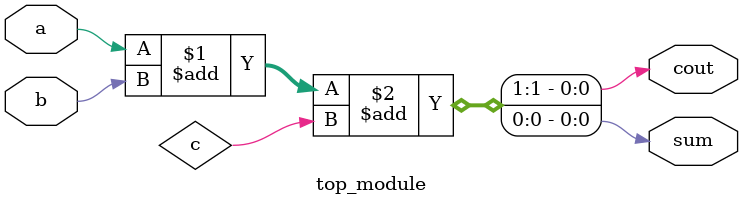
<source format=sv>
module top_module (
  input a,
  input b,
  output sum,
  output cout
);

  // Declare internal wire for carry out
  wire c;

  // Assign sum and carry out using full adder
  assign {cout, sum} = a + b + c;

endmodule

</source>
